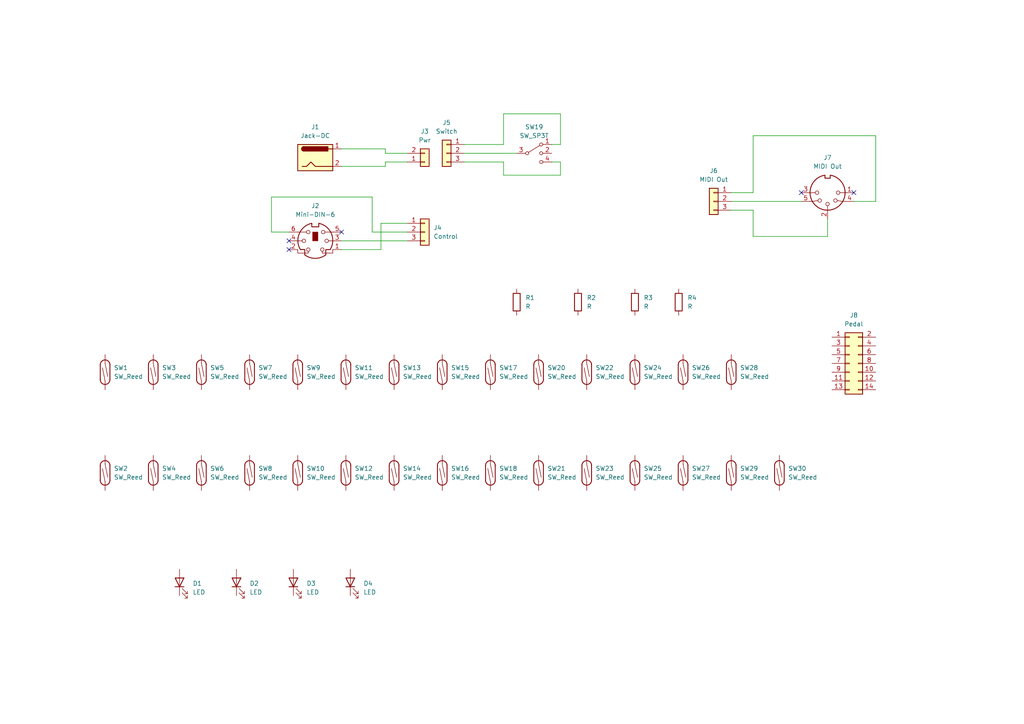
<source format=kicad_sch>
(kicad_sch (version 20230121) (generator eeschema)

  (uuid 3fd2cad3-6e05-4cb8-a7f3-505b018e1cfc)

  (paper "A4")

  (lib_symbols
    (symbol "Connector:DIN-5_180degree" (pin_names (offset 1.016)) (in_bom yes) (on_board yes)
      (property "Reference" "J" (at 3.175 5.715 0)
        (effects (font (size 1.27 1.27)))
      )
      (property "Value" "DIN-5_180degree" (at 0 -6.35 0)
        (effects (font (size 1.27 1.27)))
      )
      (property "Footprint" "" (at 0 0 0)
        (effects (font (size 1.27 1.27)) hide)
      )
      (property "Datasheet" "http://www.mouser.com/ds/2/18/40_c091_abd_e-75918.pdf" (at 0 0 0)
        (effects (font (size 1.27 1.27)) hide)
      )
      (property "ki_keywords" "circular DIN connector stereo audio" (at 0 0 0)
        (effects (font (size 1.27 1.27)) hide)
      )
      (property "ki_description" "5-pin DIN connector (5-pin DIN-5 stereo)" (at 0 0 0)
        (effects (font (size 1.27 1.27)) hide)
      )
      (property "ki_fp_filters" "DIN*" (at 0 0 0)
        (effects (font (size 1.27 1.27)) hide)
      )
      (symbol "DIN-5_180degree_0_1"
        (arc (start -5.08 0) (mid -3.8609 -3.3364) (end -0.762 -5.08)
          (stroke (width 0.254) (type default))
          (fill (type none))
        )
        (circle (center -3.048 0) (radius 0.508)
          (stroke (width 0) (type default))
          (fill (type none))
        )
        (circle (center -2.286 2.286) (radius 0.508)
          (stroke (width 0) (type default))
          (fill (type none))
        )
        (polyline
          (pts
            (xy -5.08 0)
            (xy -3.556 0)
          )
          (stroke (width 0) (type default))
          (fill (type none))
        )
        (polyline
          (pts
            (xy 0 5.08)
            (xy 0 3.81)
          )
          (stroke (width 0) (type default))
          (fill (type none))
        )
        (polyline
          (pts
            (xy 5.08 0)
            (xy 3.556 0)
          )
          (stroke (width 0) (type default))
          (fill (type none))
        )
        (polyline
          (pts
            (xy -5.08 2.54)
            (xy -4.318 2.54)
            (xy -2.794 2.286)
          )
          (stroke (width 0) (type default))
          (fill (type none))
        )
        (polyline
          (pts
            (xy 5.08 2.54)
            (xy 4.318 2.54)
            (xy 2.794 2.286)
          )
          (stroke (width 0) (type default))
          (fill (type none))
        )
        (polyline
          (pts
            (xy -0.762 -4.953)
            (xy -0.762 -4.191)
            (xy 0.762 -4.191)
            (xy 0.762 -4.953)
          )
          (stroke (width 0.254) (type default))
          (fill (type none))
        )
        (circle (center 0 3.302) (radius 0.508)
          (stroke (width 0) (type default))
          (fill (type none))
        )
        (arc (start 0.762 -5.08) (mid 3.8685 -3.343) (end 5.08 0)
          (stroke (width 0.254) (type default))
          (fill (type none))
        )
        (circle (center 2.286 2.286) (radius 0.508)
          (stroke (width 0) (type default))
          (fill (type none))
        )
        (circle (center 3.048 0) (radius 0.508)
          (stroke (width 0) (type default))
          (fill (type none))
        )
        (arc (start 5.08 0) (mid 0 5.0579) (end -5.08 0)
          (stroke (width 0.254) (type default))
          (fill (type none))
        )
      )
      (symbol "DIN-5_180degree_1_1"
        (pin passive line (at -7.62 0 0) (length 2.54)
          (name "~" (effects (font (size 1.27 1.27))))
          (number "1" (effects (font (size 1.27 1.27))))
        )
        (pin passive line (at 0 7.62 270) (length 2.54)
          (name "~" (effects (font (size 1.27 1.27))))
          (number "2" (effects (font (size 1.27 1.27))))
        )
        (pin passive line (at 7.62 0 180) (length 2.54)
          (name "~" (effects (font (size 1.27 1.27))))
          (number "3" (effects (font (size 1.27 1.27))))
        )
        (pin passive line (at -7.62 2.54 0) (length 2.54)
          (name "~" (effects (font (size 1.27 1.27))))
          (number "4" (effects (font (size 1.27 1.27))))
        )
        (pin passive line (at 7.62 2.54 180) (length 2.54)
          (name "~" (effects (font (size 1.27 1.27))))
          (number "5" (effects (font (size 1.27 1.27))))
        )
      )
    )
    (symbol "Connector:Jack-DC" (pin_names (offset 1.016)) (in_bom yes) (on_board yes)
      (property "Reference" "J" (at 0 5.334 0)
        (effects (font (size 1.27 1.27)))
      )
      (property "Value" "Jack-DC" (at 0 -5.08 0)
        (effects (font (size 1.27 1.27)))
      )
      (property "Footprint" "" (at 1.27 -1.016 0)
        (effects (font (size 1.27 1.27)) hide)
      )
      (property "Datasheet" "~" (at 1.27 -1.016 0)
        (effects (font (size 1.27 1.27)) hide)
      )
      (property "ki_keywords" "DC power barrel jack connector" (at 0 0 0)
        (effects (font (size 1.27 1.27)) hide)
      )
      (property "ki_description" "DC Barrel Jack" (at 0 0 0)
        (effects (font (size 1.27 1.27)) hide)
      )
      (property "ki_fp_filters" "BarrelJack*" (at 0 0 0)
        (effects (font (size 1.27 1.27)) hide)
      )
      (symbol "Jack-DC_0_1"
        (rectangle (start -5.08 3.81) (end 5.08 -3.81)
          (stroke (width 0.254) (type default))
          (fill (type background))
        )
        (arc (start -3.302 3.175) (mid -3.9343 2.54) (end -3.302 1.905)
          (stroke (width 0.254) (type default))
          (fill (type none))
        )
        (arc (start -3.302 3.175) (mid -3.9343 2.54) (end -3.302 1.905)
          (stroke (width 0.254) (type default))
          (fill (type outline))
        )
        (polyline
          (pts
            (xy 5.08 2.54)
            (xy 3.81 2.54)
          )
          (stroke (width 0.254) (type default))
          (fill (type none))
        )
        (polyline
          (pts
            (xy -3.81 -2.54)
            (xy -2.54 -2.54)
            (xy -1.27 -1.27)
            (xy 0 -2.54)
            (xy 2.54 -2.54)
            (xy 5.08 -2.54)
          )
          (stroke (width 0.254) (type default))
          (fill (type none))
        )
        (rectangle (start 3.683 3.175) (end -3.302 1.905)
          (stroke (width 0.254) (type default))
          (fill (type outline))
        )
      )
      (symbol "Jack-DC_1_1"
        (pin passive line (at 7.62 2.54 180) (length 2.54)
          (name "~" (effects (font (size 1.27 1.27))))
          (number "1" (effects (font (size 1.27 1.27))))
        )
        (pin passive line (at 7.62 -2.54 180) (length 2.54)
          (name "~" (effects (font (size 1.27 1.27))))
          (number "2" (effects (font (size 1.27 1.27))))
        )
      )
    )
    (symbol "Connector:Mini-DIN-6" (pin_names (offset 1.016)) (in_bom yes) (on_board yes)
      (property "Reference" "J" (at 0 6.35 0)
        (effects (font (size 1.27 1.27)))
      )
      (property "Value" "Mini-DIN-6" (at 0 -6.35 0)
        (effects (font (size 1.27 1.27)))
      )
      (property "Footprint" "" (at 0 0 0)
        (effects (font (size 1.27 1.27)) hide)
      )
      (property "Datasheet" "http://service.powerdynamics.com/ec/Catalog17/Section%2011.pdf" (at 0 0 0)
        (effects (font (size 1.27 1.27)) hide)
      )
      (property "ki_keywords" "Mini-DIN" (at 0 0 0)
        (effects (font (size 1.27 1.27)) hide)
      )
      (property "ki_description" "6-pin Mini-DIN connector" (at 0 0 0)
        (effects (font (size 1.27 1.27)) hide)
      )
      (property "ki_fp_filters" "MINI?DIN*" (at 0 0 0)
        (effects (font (size 1.27 1.27)) hide)
      )
      (symbol "Mini-DIN-6_0_1"
        (circle (center -3.302 0) (radius 0.508)
          (stroke (width 0) (type default))
          (fill (type none))
        )
        (arc (start -3.048 -4.064) (mid 0 -5.08) (end 3.048 -4.064)
          (stroke (width 0.254) (type default))
          (fill (type none))
        )
        (circle (center -2.032 -2.54) (radius 0.508)
          (stroke (width 0) (type default))
          (fill (type none))
        )
        (circle (center -2.032 2.54) (radius 0.508)
          (stroke (width 0) (type default))
          (fill (type none))
        )
        (arc (start -1.016 5.08) (mid -4.6228 2.1214) (end -4.318 -2.54)
          (stroke (width 0.254) (type default))
          (fill (type none))
        )
        (rectangle (start -0.762 2.54) (end 0.762 0)
          (stroke (width 0) (type default))
          (fill (type outline))
        )
        (polyline
          (pts
            (xy -3.81 0)
            (xy -5.08 0)
          )
          (stroke (width 0) (type default))
          (fill (type none))
        )
        (polyline
          (pts
            (xy -2.54 2.54)
            (xy -5.08 2.54)
          )
          (stroke (width 0) (type default))
          (fill (type none))
        )
        (polyline
          (pts
            (xy 2.794 2.54)
            (xy 5.08 2.54)
          )
          (stroke (width 0) (type default))
          (fill (type none))
        )
        (polyline
          (pts
            (xy 5.08 0)
            (xy 3.81 0)
          )
          (stroke (width 0) (type default))
          (fill (type none))
        )
        (polyline
          (pts
            (xy -4.318 -2.54)
            (xy -3.048 -2.54)
            (xy -3.048 -4.064)
          )
          (stroke (width 0.254) (type default))
          (fill (type none))
        )
        (polyline
          (pts
            (xy 4.318 -2.54)
            (xy 3.048 -2.54)
            (xy 3.048 -4.064)
          )
          (stroke (width 0.254) (type default))
          (fill (type none))
        )
        (polyline
          (pts
            (xy -2.032 -3.048)
            (xy -2.032 -3.556)
            (xy -5.08 -3.556)
            (xy -5.08 -2.54)
          )
          (stroke (width 0) (type default))
          (fill (type none))
        )
        (polyline
          (pts
            (xy -1.016 5.08)
            (xy -1.016 4.064)
            (xy 1.016 4.064)
            (xy 1.016 5.08)
          )
          (stroke (width 0.254) (type default))
          (fill (type none))
        )
        (polyline
          (pts
            (xy 2.032 -3.048)
            (xy 2.032 -3.556)
            (xy 5.08 -3.556)
            (xy 5.08 -2.54)
          )
          (stroke (width 0) (type default))
          (fill (type none))
        )
        (circle (center 2.032 -2.54) (radius 0.508)
          (stroke (width 0) (type default))
          (fill (type none))
        )
        (circle (center 2.286 2.54) (radius 0.508)
          (stroke (width 0) (type default))
          (fill (type none))
        )
        (circle (center 3.302 0) (radius 0.508)
          (stroke (width 0) (type default))
          (fill (type none))
        )
        (arc (start 4.318 -2.54) (mid 4.6661 2.1322) (end 1.016 5.08)
          (stroke (width 0.254) (type default))
          (fill (type none))
        )
      )
      (symbol "Mini-DIN-6_1_1"
        (pin passive line (at 7.62 -2.54 180) (length 2.54)
          (name "~" (effects (font (size 1.27 1.27))))
          (number "1" (effects (font (size 1.27 1.27))))
        )
        (pin passive line (at -7.62 -2.54 0) (length 2.54)
          (name "~" (effects (font (size 1.27 1.27))))
          (number "2" (effects (font (size 1.27 1.27))))
        )
        (pin passive line (at 7.62 0 180) (length 2.54)
          (name "~" (effects (font (size 1.27 1.27))))
          (number "3" (effects (font (size 1.27 1.27))))
        )
        (pin passive line (at -7.62 0 0) (length 2.54)
          (name "~" (effects (font (size 1.27 1.27))))
          (number "4" (effects (font (size 1.27 1.27))))
        )
        (pin passive line (at 7.62 2.54 180) (length 2.54)
          (name "~" (effects (font (size 1.27 1.27))))
          (number "5" (effects (font (size 1.27 1.27))))
        )
        (pin passive line (at -7.62 2.54 0) (length 2.54)
          (name "~" (effects (font (size 1.27 1.27))))
          (number "6" (effects (font (size 1.27 1.27))))
        )
      )
    )
    (symbol "Connector_Generic:Conn_01x02" (pin_names (offset 1.016) hide) (in_bom yes) (on_board yes)
      (property "Reference" "J" (at 0 2.54 0)
        (effects (font (size 1.27 1.27)))
      )
      (property "Value" "Conn_01x02" (at 0 -5.08 0)
        (effects (font (size 1.27 1.27)))
      )
      (property "Footprint" "" (at 0 0 0)
        (effects (font (size 1.27 1.27)) hide)
      )
      (property "Datasheet" "~" (at 0 0 0)
        (effects (font (size 1.27 1.27)) hide)
      )
      (property "ki_keywords" "connector" (at 0 0 0)
        (effects (font (size 1.27 1.27)) hide)
      )
      (property "ki_description" "Generic connector, single row, 01x02, script generated (kicad-library-utils/schlib/autogen/connector/)" (at 0 0 0)
        (effects (font (size 1.27 1.27)) hide)
      )
      (property "ki_fp_filters" "Connector*:*_1x??_*" (at 0 0 0)
        (effects (font (size 1.27 1.27)) hide)
      )
      (symbol "Conn_01x02_1_1"
        (rectangle (start -1.27 -2.413) (end 0 -2.667)
          (stroke (width 0.1524) (type default))
          (fill (type none))
        )
        (rectangle (start -1.27 0.127) (end 0 -0.127)
          (stroke (width 0.1524) (type default))
          (fill (type none))
        )
        (rectangle (start -1.27 1.27) (end 1.27 -3.81)
          (stroke (width 0.254) (type default))
          (fill (type background))
        )
        (pin passive line (at -5.08 0 0) (length 3.81)
          (name "Pin_1" (effects (font (size 1.27 1.27))))
          (number "1" (effects (font (size 1.27 1.27))))
        )
        (pin passive line (at -5.08 -2.54 0) (length 3.81)
          (name "Pin_2" (effects (font (size 1.27 1.27))))
          (number "2" (effects (font (size 1.27 1.27))))
        )
      )
    )
    (symbol "Connector_Generic:Conn_01x03" (pin_names (offset 1.016) hide) (in_bom yes) (on_board yes)
      (property "Reference" "J" (at 0 5.08 0)
        (effects (font (size 1.27 1.27)))
      )
      (property "Value" "Conn_01x03" (at 0 -5.08 0)
        (effects (font (size 1.27 1.27)))
      )
      (property "Footprint" "" (at 0 0 0)
        (effects (font (size 1.27 1.27)) hide)
      )
      (property "Datasheet" "~" (at 0 0 0)
        (effects (font (size 1.27 1.27)) hide)
      )
      (property "ki_keywords" "connector" (at 0 0 0)
        (effects (font (size 1.27 1.27)) hide)
      )
      (property "ki_description" "Generic connector, single row, 01x03, script generated (kicad-library-utils/schlib/autogen/connector/)" (at 0 0 0)
        (effects (font (size 1.27 1.27)) hide)
      )
      (property "ki_fp_filters" "Connector*:*_1x??_*" (at 0 0 0)
        (effects (font (size 1.27 1.27)) hide)
      )
      (symbol "Conn_01x03_1_1"
        (rectangle (start -1.27 -2.413) (end 0 -2.667)
          (stroke (width 0.1524) (type default))
          (fill (type none))
        )
        (rectangle (start -1.27 0.127) (end 0 -0.127)
          (stroke (width 0.1524) (type default))
          (fill (type none))
        )
        (rectangle (start -1.27 2.667) (end 0 2.413)
          (stroke (width 0.1524) (type default))
          (fill (type none))
        )
        (rectangle (start -1.27 3.81) (end 1.27 -3.81)
          (stroke (width 0.254) (type default))
          (fill (type background))
        )
        (pin passive line (at -5.08 2.54 0) (length 3.81)
          (name "Pin_1" (effects (font (size 1.27 1.27))))
          (number "1" (effects (font (size 1.27 1.27))))
        )
        (pin passive line (at -5.08 0 0) (length 3.81)
          (name "Pin_2" (effects (font (size 1.27 1.27))))
          (number "2" (effects (font (size 1.27 1.27))))
        )
        (pin passive line (at -5.08 -2.54 0) (length 3.81)
          (name "Pin_3" (effects (font (size 1.27 1.27))))
          (number "3" (effects (font (size 1.27 1.27))))
        )
      )
    )
    (symbol "Connector_Generic:Conn_02x07_Odd_Even" (pin_names (offset 1.016) hide) (in_bom yes) (on_board yes)
      (property "Reference" "J" (at 1.27 10.16 0)
        (effects (font (size 1.27 1.27)))
      )
      (property "Value" "Conn_02x07_Odd_Even" (at 1.27 -10.16 0)
        (effects (font (size 1.27 1.27)))
      )
      (property "Footprint" "" (at 0 0 0)
        (effects (font (size 1.27 1.27)) hide)
      )
      (property "Datasheet" "~" (at 0 0 0)
        (effects (font (size 1.27 1.27)) hide)
      )
      (property "ki_keywords" "connector" (at 0 0 0)
        (effects (font (size 1.27 1.27)) hide)
      )
      (property "ki_description" "Generic connector, double row, 02x07, odd/even pin numbering scheme (row 1 odd numbers, row 2 even numbers), script generated (kicad-library-utils/schlib/autogen/connector/)" (at 0 0 0)
        (effects (font (size 1.27 1.27)) hide)
      )
      (property "ki_fp_filters" "Connector*:*_2x??_*" (at 0 0 0)
        (effects (font (size 1.27 1.27)) hide)
      )
      (symbol "Conn_02x07_Odd_Even_1_1"
        (rectangle (start -1.27 -7.493) (end 0 -7.747)
          (stroke (width 0.1524) (type default))
          (fill (type none))
        )
        (rectangle (start -1.27 -4.953) (end 0 -5.207)
          (stroke (width 0.1524) (type default))
          (fill (type none))
        )
        (rectangle (start -1.27 -2.413) (end 0 -2.667)
          (stroke (width 0.1524) (type default))
          (fill (type none))
        )
        (rectangle (start -1.27 0.127) (end 0 -0.127)
          (stroke (width 0.1524) (type default))
          (fill (type none))
        )
        (rectangle (start -1.27 2.667) (end 0 2.413)
          (stroke (width 0.1524) (type default))
          (fill (type none))
        )
        (rectangle (start -1.27 5.207) (end 0 4.953)
          (stroke (width 0.1524) (type default))
          (fill (type none))
        )
        (rectangle (start -1.27 7.747) (end 0 7.493)
          (stroke (width 0.1524) (type default))
          (fill (type none))
        )
        (rectangle (start -1.27 8.89) (end 3.81 -8.89)
          (stroke (width 0.254) (type default))
          (fill (type background))
        )
        (rectangle (start 3.81 -7.493) (end 2.54 -7.747)
          (stroke (width 0.1524) (type default))
          (fill (type none))
        )
        (rectangle (start 3.81 -4.953) (end 2.54 -5.207)
          (stroke (width 0.1524) (type default))
          (fill (type none))
        )
        (rectangle (start 3.81 -2.413) (end 2.54 -2.667)
          (stroke (width 0.1524) (type default))
          (fill (type none))
        )
        (rectangle (start 3.81 0.127) (end 2.54 -0.127)
          (stroke (width 0.1524) (type default))
          (fill (type none))
        )
        (rectangle (start 3.81 2.667) (end 2.54 2.413)
          (stroke (width 0.1524) (type default))
          (fill (type none))
        )
        (rectangle (start 3.81 5.207) (end 2.54 4.953)
          (stroke (width 0.1524) (type default))
          (fill (type none))
        )
        (rectangle (start 3.81 7.747) (end 2.54 7.493)
          (stroke (width 0.1524) (type default))
          (fill (type none))
        )
        (pin passive line (at -5.08 7.62 0) (length 3.81)
          (name "Pin_1" (effects (font (size 1.27 1.27))))
          (number "1" (effects (font (size 1.27 1.27))))
        )
        (pin passive line (at 7.62 -2.54 180) (length 3.81)
          (name "Pin_10" (effects (font (size 1.27 1.27))))
          (number "10" (effects (font (size 1.27 1.27))))
        )
        (pin passive line (at -5.08 -5.08 0) (length 3.81)
          (name "Pin_11" (effects (font (size 1.27 1.27))))
          (number "11" (effects (font (size 1.27 1.27))))
        )
        (pin passive line (at 7.62 -5.08 180) (length 3.81)
          (name "Pin_12" (effects (font (size 1.27 1.27))))
          (number "12" (effects (font (size 1.27 1.27))))
        )
        (pin passive line (at -5.08 -7.62 0) (length 3.81)
          (name "Pin_13" (effects (font (size 1.27 1.27))))
          (number "13" (effects (font (size 1.27 1.27))))
        )
        (pin passive line (at 7.62 -7.62 180) (length 3.81)
          (name "Pin_14" (effects (font (size 1.27 1.27))))
          (number "14" (effects (font (size 1.27 1.27))))
        )
        (pin passive line (at 7.62 7.62 180) (length 3.81)
          (name "Pin_2" (effects (font (size 1.27 1.27))))
          (number "2" (effects (font (size 1.27 1.27))))
        )
        (pin passive line (at -5.08 5.08 0) (length 3.81)
          (name "Pin_3" (effects (font (size 1.27 1.27))))
          (number "3" (effects (font (size 1.27 1.27))))
        )
        (pin passive line (at 7.62 5.08 180) (length 3.81)
          (name "Pin_4" (effects (font (size 1.27 1.27))))
          (number "4" (effects (font (size 1.27 1.27))))
        )
        (pin passive line (at -5.08 2.54 0) (length 3.81)
          (name "Pin_5" (effects (font (size 1.27 1.27))))
          (number "5" (effects (font (size 1.27 1.27))))
        )
        (pin passive line (at 7.62 2.54 180) (length 3.81)
          (name "Pin_6" (effects (font (size 1.27 1.27))))
          (number "6" (effects (font (size 1.27 1.27))))
        )
        (pin passive line (at -5.08 0 0) (length 3.81)
          (name "Pin_7" (effects (font (size 1.27 1.27))))
          (number "7" (effects (font (size 1.27 1.27))))
        )
        (pin passive line (at 7.62 0 180) (length 3.81)
          (name "Pin_8" (effects (font (size 1.27 1.27))))
          (number "8" (effects (font (size 1.27 1.27))))
        )
        (pin passive line (at -5.08 -2.54 0) (length 3.81)
          (name "Pin_9" (effects (font (size 1.27 1.27))))
          (number "9" (effects (font (size 1.27 1.27))))
        )
      )
    )
    (symbol "Device:LED" (pin_numbers hide) (pin_names (offset 1.016) hide) (in_bom yes) (on_board yes)
      (property "Reference" "D" (at 0 2.54 0)
        (effects (font (size 1.27 1.27)))
      )
      (property "Value" "LED" (at 0 -2.54 0)
        (effects (font (size 1.27 1.27)))
      )
      (property "Footprint" "" (at 0 0 0)
        (effects (font (size 1.27 1.27)) hide)
      )
      (property "Datasheet" "~" (at 0 0 0)
        (effects (font (size 1.27 1.27)) hide)
      )
      (property "ki_keywords" "LED diode" (at 0 0 0)
        (effects (font (size 1.27 1.27)) hide)
      )
      (property "ki_description" "Light emitting diode" (at 0 0 0)
        (effects (font (size 1.27 1.27)) hide)
      )
      (property "ki_fp_filters" "LED* LED_SMD:* LED_THT:*" (at 0 0 0)
        (effects (font (size 1.27 1.27)) hide)
      )
      (symbol "LED_0_1"
        (polyline
          (pts
            (xy -1.27 -1.27)
            (xy -1.27 1.27)
          )
          (stroke (width 0.254) (type default))
          (fill (type none))
        )
        (polyline
          (pts
            (xy -1.27 0)
            (xy 1.27 0)
          )
          (stroke (width 0) (type default))
          (fill (type none))
        )
        (polyline
          (pts
            (xy 1.27 -1.27)
            (xy 1.27 1.27)
            (xy -1.27 0)
            (xy 1.27 -1.27)
          )
          (stroke (width 0.254) (type default))
          (fill (type none))
        )
        (polyline
          (pts
            (xy -3.048 -0.762)
            (xy -4.572 -2.286)
            (xy -3.81 -2.286)
            (xy -4.572 -2.286)
            (xy -4.572 -1.524)
          )
          (stroke (width 0) (type default))
          (fill (type none))
        )
        (polyline
          (pts
            (xy -1.778 -0.762)
            (xy -3.302 -2.286)
            (xy -2.54 -2.286)
            (xy -3.302 -2.286)
            (xy -3.302 -1.524)
          )
          (stroke (width 0) (type default))
          (fill (type none))
        )
      )
      (symbol "LED_1_1"
        (pin passive line (at -3.81 0 0) (length 2.54)
          (name "K" (effects (font (size 1.27 1.27))))
          (number "1" (effects (font (size 1.27 1.27))))
        )
        (pin passive line (at 3.81 0 180) (length 2.54)
          (name "A" (effects (font (size 1.27 1.27))))
          (number "2" (effects (font (size 1.27 1.27))))
        )
      )
    )
    (symbol "Device:R" (pin_numbers hide) (pin_names (offset 0)) (in_bom yes) (on_board yes)
      (property "Reference" "R" (at 2.032 0 90)
        (effects (font (size 1.27 1.27)))
      )
      (property "Value" "R" (at 0 0 90)
        (effects (font (size 1.27 1.27)))
      )
      (property "Footprint" "" (at -1.778 0 90)
        (effects (font (size 1.27 1.27)) hide)
      )
      (property "Datasheet" "~" (at 0 0 0)
        (effects (font (size 1.27 1.27)) hide)
      )
      (property "ki_keywords" "R res resistor" (at 0 0 0)
        (effects (font (size 1.27 1.27)) hide)
      )
      (property "ki_description" "Resistor" (at 0 0 0)
        (effects (font (size 1.27 1.27)) hide)
      )
      (property "ki_fp_filters" "R_*" (at 0 0 0)
        (effects (font (size 1.27 1.27)) hide)
      )
      (symbol "R_0_1"
        (rectangle (start -1.016 -2.54) (end 1.016 2.54)
          (stroke (width 0.254) (type default))
          (fill (type none))
        )
      )
      (symbol "R_1_1"
        (pin passive line (at 0 3.81 270) (length 1.27)
          (name "~" (effects (font (size 1.27 1.27))))
          (number "1" (effects (font (size 1.27 1.27))))
        )
        (pin passive line (at 0 -3.81 90) (length 1.27)
          (name "~" (effects (font (size 1.27 1.27))))
          (number "2" (effects (font (size 1.27 1.27))))
        )
      )
    )
    (symbol "Switch:SW_Reed" (pin_numbers hide) (pin_names (offset 0) hide) (in_bom yes) (on_board yes)
      (property "Reference" "SW" (at 0 2.54 0)
        (effects (font (size 1.27 1.27)))
      )
      (property "Value" "SW_Reed" (at 0 -2.54 0)
        (effects (font (size 1.27 1.27)))
      )
      (property "Footprint" "" (at 0 0 0)
        (effects (font (size 1.27 1.27)) hide)
      )
      (property "Datasheet" "~" (at 0 0 0)
        (effects (font (size 1.27 1.27)) hide)
      )
      (property "ki_keywords" "reed magnetic switch" (at 0 0 0)
        (effects (font (size 1.27 1.27)) hide)
      )
      (property "ki_description" "reed switch" (at 0 0 0)
        (effects (font (size 1.27 1.27)) hide)
      )
      (symbol "SW_Reed_0_0"
        (arc (start -2.159 1.397) (mid -3.55 0) (end -2.159 -1.397)
          (stroke (width 0.254) (type default))
          (fill (type none))
        )
        (polyline
          (pts
            (xy -2.54 0)
            (xy 1.27 0.762)
          )
          (stroke (width 0) (type default))
          (fill (type none))
        )
        (polyline
          (pts
            (xy -2.159 -1.397)
            (xy 2.286 -1.397)
          )
          (stroke (width 0.254) (type default))
          (fill (type none))
        )
        (polyline
          (pts
            (xy 2.159 1.397)
            (xy -2.159 1.397)
          )
          (stroke (width 0.254) (type default))
          (fill (type none))
        )
        (polyline
          (pts
            (xy 2.54 0)
            (xy -1.27 -0.762)
          )
          (stroke (width 0) (type default))
          (fill (type none))
        )
        (arc (start 2.159 -1.397) (mid 3.55 0) (end 2.159 1.397)
          (stroke (width 0.254) (type default))
          (fill (type none))
        )
      )
      (symbol "SW_Reed_1_1"
        (pin passive line (at -5.08 0 0) (length 2.54)
          (name "1" (effects (font (size 1.27 1.27))))
          (number "1" (effects (font (size 1.27 1.27))))
        )
        (pin passive line (at 5.08 0 180) (length 2.54)
          (name "2" (effects (font (size 1.27 1.27))))
          (number "2" (effects (font (size 1.27 1.27))))
        )
      )
    )
    (symbol "Switch:SW_SP3T" (pin_names (offset 0) hide) (in_bom yes) (on_board yes)
      (property "Reference" "SW" (at 0 5.08 0)
        (effects (font (size 1.27 1.27)))
      )
      (property "Value" "SW_SP3T" (at 0 -5.08 0)
        (effects (font (size 1.27 1.27)))
      )
      (property "Footprint" "" (at -15.875 4.445 0)
        (effects (font (size 1.27 1.27)) hide)
      )
      (property "Datasheet" "~" (at -15.875 4.445 0)
        (effects (font (size 1.27 1.27)) hide)
      )
      (property "ki_keywords" "switch sp3t ON-ON-ON" (at 0 0 0)
        (effects (font (size 1.27 1.27)) hide)
      )
      (property "ki_description" "Switch, three position, single pole triple throw, 3 position switch, SP3T" (at 0 0 0)
        (effects (font (size 1.27 1.27)) hide)
      )
      (property "ki_fp_filters" "SW* SP3T*" (at 0 0 0)
        (effects (font (size 1.27 1.27)) hide)
      )
      (symbol "SW_SP3T_0_1"
        (circle (center -2.032 0) (radius 0.4572)
          (stroke (width 0) (type default))
          (fill (type none))
        )
        (polyline
          (pts
            (xy -1.651 0.254)
            (xy 1.651 2.286)
          )
          (stroke (width 0) (type default))
          (fill (type none))
        )
        (circle (center 2.032 -2.54) (radius 0.4572)
          (stroke (width 0) (type default))
          (fill (type none))
        )
        (circle (center 2.032 0) (radius 0.4572)
          (stroke (width 0) (type default))
          (fill (type none))
        )
        (circle (center 2.032 2.54) (radius 0.4572)
          (stroke (width 0) (type default))
          (fill (type none))
        )
      )
      (symbol "SW_SP3T_1_1"
        (pin passive line (at 5.08 2.54 180) (length 2.54)
          (name "1" (effects (font (size 1.27 1.27))))
          (number "1" (effects (font (size 1.27 1.27))))
        )
        (pin passive line (at 5.08 0 180) (length 2.54)
          (name "2" (effects (font (size 1.27 1.27))))
          (number "2" (effects (font (size 1.27 1.27))))
        )
        (pin passive line (at -5.08 0 0) (length 2.54)
          (name "3" (effects (font (size 1.27 1.27))))
          (number "3" (effects (font (size 1.27 1.27))))
        )
        (pin passive line (at 5.08 -2.54 180) (length 2.54)
          (name "4" (effects (font (size 1.27 1.27))))
          (number "4" (effects (font (size 1.27 1.27))))
        )
      )
    )
  )



  (no_connect (at 232.41 55.88) (uuid 08218351-3599-4077-97f7-7d9d4afc1717))
  (no_connect (at 83.82 69.85) (uuid 2382412d-9618-4f1a-a5d3-c260296b32d4))
  (no_connect (at 247.65 55.88) (uuid 2defc16c-9be9-4274-8aee-c527259202be))
  (no_connect (at 99.06 67.31) (uuid d2345f42-8aae-47cd-b318-0a1f04626a52))
  (no_connect (at 83.82 72.39) (uuid f32cb350-33c9-4b99-85f6-bd02ef7e06d7))

  (wire (pts (xy 99.06 69.85) (xy 118.11 69.85))
    (stroke (width 0) (type default))
    (uuid 0a648f36-2412-42d4-9c15-3a7dd420cba4)
  )
  (wire (pts (xy 107.95 67.31) (xy 118.11 67.31))
    (stroke (width 0) (type default))
    (uuid 115071c3-c6f0-4af5-9929-8785b0818689)
  )
  (wire (pts (xy 99.06 48.26) (xy 111.76 48.26))
    (stroke (width 0) (type default))
    (uuid 1f6651ff-1a72-4320-ac5d-7d3be813f3a6)
  )
  (wire (pts (xy 99.06 43.18) (xy 111.76 43.18))
    (stroke (width 0) (type default))
    (uuid 2015ad49-73c2-4e0c-861c-306d539a4b81)
  )
  (wire (pts (xy 212.09 60.96) (xy 218.44 60.96))
    (stroke (width 0) (type default))
    (uuid 22e8c709-5ed8-4c85-b69e-f62ec5566060)
  )
  (wire (pts (xy 78.74 57.15) (xy 107.95 57.15))
    (stroke (width 0) (type default))
    (uuid 42180302-d278-4bfb-997b-a9ed28063b00)
  )
  (wire (pts (xy 134.62 44.45) (xy 149.86 44.45))
    (stroke (width 0) (type default))
    (uuid 48cbce89-4356-48ca-b335-4f56c12791c2)
  )
  (wire (pts (xy 146.05 33.02) (xy 146.05 41.91))
    (stroke (width 0) (type default))
    (uuid 4eaa664a-509f-4b80-99c2-d4f84a518672)
  )
  (wire (pts (xy 99.06 72.39) (xy 110.49 72.39))
    (stroke (width 0) (type default))
    (uuid 5026ca00-ad46-4976-8103-e9128202bc5d)
  )
  (wire (pts (xy 146.05 46.99) (xy 146.05 50.8))
    (stroke (width 0) (type default))
    (uuid 5b421547-89de-4c63-8a5e-3134d35cfeb1)
  )
  (wire (pts (xy 134.62 46.99) (xy 146.05 46.99))
    (stroke (width 0) (type default))
    (uuid 5f06c0c0-5da9-48ca-9786-54d86dbdf78d)
  )
  (wire (pts (xy 83.82 67.31) (xy 78.74 67.31))
    (stroke (width 0) (type default))
    (uuid 628c046e-a683-413f-b2b2-9e7c917a847e)
  )
  (wire (pts (xy 162.56 46.99) (xy 160.02 46.99))
    (stroke (width 0) (type default))
    (uuid 64e16a1c-16a6-443a-8d3b-8fcead615cbe)
  )
  (wire (pts (xy 146.05 50.8) (xy 162.56 50.8))
    (stroke (width 0) (type default))
    (uuid 66a9af9b-3755-4166-9d99-d4c148f4377b)
  )
  (wire (pts (xy 212.09 58.42) (xy 232.41 58.42))
    (stroke (width 0) (type default))
    (uuid 6af98513-2d69-4c6b-8ddb-82c3198a245c)
  )
  (wire (pts (xy 218.44 68.58) (xy 240.03 68.58))
    (stroke (width 0) (type default))
    (uuid 72897abd-97d8-4e87-a8da-a89b95f2ce67)
  )
  (wire (pts (xy 218.44 39.37) (xy 254 39.37))
    (stroke (width 0) (type default))
    (uuid 7504c79a-2a11-4220-862d-010af4445935)
  )
  (wire (pts (xy 254 39.37) (xy 254 58.42))
    (stroke (width 0) (type default))
    (uuid 8228e231-26bb-4ebd-a77a-4c2a82f992e8)
  )
  (wire (pts (xy 110.49 64.77) (xy 118.11 64.77))
    (stroke (width 0) (type default))
    (uuid 86bf953f-353c-4a93-8301-c08fd2775af4)
  )
  (wire (pts (xy 111.76 48.26) (xy 111.76 46.99))
    (stroke (width 0) (type default))
    (uuid 95e00bd3-d933-4c48-8a14-28b4f51d3284)
  )
  (wire (pts (xy 212.09 55.88) (xy 218.44 55.88))
    (stroke (width 0) (type default))
    (uuid 996c9bfb-69a4-4b6c-95ba-6d92ccbc4289)
  )
  (wire (pts (xy 111.76 46.99) (xy 118.11 46.99))
    (stroke (width 0) (type default))
    (uuid 9ac096f4-07a4-4a02-abc2-ce0ed3fc2e09)
  )
  (wire (pts (xy 78.74 67.31) (xy 78.74 57.15))
    (stroke (width 0) (type default))
    (uuid a3ceb309-6fd0-44d6-8bb7-1ba6abfa26eb)
  )
  (wire (pts (xy 247.65 58.42) (xy 254 58.42))
    (stroke (width 0) (type default))
    (uuid b25d105c-6e77-45b1-a7ad-49fce3cc6cb5)
  )
  (wire (pts (xy 240.03 68.58) (xy 240.03 63.5))
    (stroke (width 0) (type default))
    (uuid b9687248-8e5a-4905-85e1-72de71276161)
  )
  (wire (pts (xy 107.95 57.15) (xy 107.95 67.31))
    (stroke (width 0) (type default))
    (uuid bacd6c67-3981-4361-af32-d2a86b79313d)
  )
  (wire (pts (xy 111.76 44.45) (xy 111.76 43.18))
    (stroke (width 0) (type default))
    (uuid c3c4996e-a685-451b-8fbd-208e656f7cdd)
  )
  (wire (pts (xy 162.56 41.91) (xy 162.56 33.02))
    (stroke (width 0) (type default))
    (uuid c6bf6d17-d5e4-4b40-8592-9f7f0509ea79)
  )
  (wire (pts (xy 218.44 60.96) (xy 218.44 68.58))
    (stroke (width 0) (type default))
    (uuid d4ad2f16-c687-4327-9fcf-20a26ad5cf84)
  )
  (wire (pts (xy 118.11 44.45) (xy 111.76 44.45))
    (stroke (width 0) (type default))
    (uuid dbbd34b1-3141-4360-a72d-d97ac8d9a192)
  )
  (wire (pts (xy 146.05 41.91) (xy 134.62 41.91))
    (stroke (width 0) (type default))
    (uuid e4a91019-1f99-4b6e-bb07-64c41931170a)
  )
  (wire (pts (xy 218.44 55.88) (xy 218.44 39.37))
    (stroke (width 0) (type default))
    (uuid e78a0694-83ae-4cf3-b909-6c0500b7f8a4)
  )
  (wire (pts (xy 162.56 33.02) (xy 146.05 33.02))
    (stroke (width 0) (type default))
    (uuid eb0b8552-aea7-4f86-8bef-59b250e828d2)
  )
  (wire (pts (xy 162.56 50.8) (xy 162.56 46.99))
    (stroke (width 0) (type default))
    (uuid ee776dc1-7f89-495f-9ad4-52571d7f96c1)
  )
  (wire (pts (xy 160.02 41.91) (xy 162.56 41.91))
    (stroke (width 0) (type default))
    (uuid f0a2e484-a41b-4b44-ad6b-28dba79d0f90)
  )
  (wire (pts (xy 110.49 72.39) (xy 110.49 64.77))
    (stroke (width 0) (type default))
    (uuid f2b96940-582f-4a4c-b763-94c85f901d24)
  )

  (symbol (lib_id "Switch:SW_Reed") (at 198.12 137.16 90) (unit 1)
    (in_bom yes) (on_board yes) (dnp no) (fields_autoplaced)
    (uuid 04dfa5b8-0db5-40dd-a3c4-338fe9c8b169)
    (property "Reference" "SW27" (at 200.66 135.8899 90)
      (effects (font (size 1.27 1.27)) (justify right))
    )
    (property "Value" "SW_Reed" (at 200.66 138.4299 90)
      (effects (font (size 1.27 1.27)) (justify right))
    )
    (property "Footprint" "" (at 198.12 137.16 0)
      (effects (font (size 1.27 1.27)) hide)
    )
    (property "Datasheet" "~" (at 198.12 137.16 0)
      (effects (font (size 1.27 1.27)) hide)
    )
    (pin "1" (uuid 9835505a-4be0-4c4f-a528-c4e27ecd02ac))
    (pin "2" (uuid 6e662fbc-da1b-42eb-9e35-de1b7af66408))
    (instances
      (project "PedalWires"
        (path "/3fd2cad3-6e05-4cb8-a7f3-505b018e1cfc"
          (reference "SW27") (unit 1)
        )
      )
    )
  )

  (symbol (lib_id "Switch:SW_Reed") (at 184.15 137.16 90) (unit 1)
    (in_bom yes) (on_board yes) (dnp no) (fields_autoplaced)
    (uuid 05f8644f-be2b-4834-8a50-645973ed0558)
    (property "Reference" "SW25" (at 186.69 135.8899 90)
      (effects (font (size 1.27 1.27)) (justify right))
    )
    (property "Value" "SW_Reed" (at 186.69 138.4299 90)
      (effects (font (size 1.27 1.27)) (justify right))
    )
    (property "Footprint" "" (at 184.15 137.16 0)
      (effects (font (size 1.27 1.27)) hide)
    )
    (property "Datasheet" "~" (at 184.15 137.16 0)
      (effects (font (size 1.27 1.27)) hide)
    )
    (pin "1" (uuid 25076ae1-33c5-4d17-ab52-186ddbf9eb3f))
    (pin "2" (uuid 9a4b9d7c-1648-4e7a-b822-5bc784b9f98a))
    (instances
      (project "PedalWires"
        (path "/3fd2cad3-6e05-4cb8-a7f3-505b018e1cfc"
          (reference "SW25") (unit 1)
        )
      )
    )
  )

  (symbol (lib_id "Device:R") (at 149.86 87.63 0) (unit 1)
    (in_bom yes) (on_board yes) (dnp no) (fields_autoplaced)
    (uuid 069f3901-029a-43e5-bee9-0178d4ac707f)
    (property "Reference" "R1" (at 152.4 86.3599 0)
      (effects (font (size 1.27 1.27)) (justify left))
    )
    (property "Value" "R" (at 152.4 88.8999 0)
      (effects (font (size 1.27 1.27)) (justify left))
    )
    (property "Footprint" "" (at 148.082 87.63 90)
      (effects (font (size 1.27 1.27)) hide)
    )
    (property "Datasheet" "~" (at 149.86 87.63 0)
      (effects (font (size 1.27 1.27)) hide)
    )
    (pin "1" (uuid 45a09b86-91ed-45a7-9dbf-746c54929f09))
    (pin "2" (uuid f35edfce-5c88-45da-922b-7a01d28c090a))
    (instances
      (project "PedalWires"
        (path "/3fd2cad3-6e05-4cb8-a7f3-505b018e1cfc"
          (reference "R1") (unit 1)
        )
      )
    )
  )

  (symbol (lib_id "Switch:SW_Reed") (at 114.3 107.95 90) (unit 1)
    (in_bom yes) (on_board yes) (dnp no) (fields_autoplaced)
    (uuid 09737875-754b-4dc2-9eca-414d306e73dc)
    (property "Reference" "SW13" (at 116.84 106.6799 90)
      (effects (font (size 1.27 1.27)) (justify right))
    )
    (property "Value" "SW_Reed" (at 116.84 109.2199 90)
      (effects (font (size 1.27 1.27)) (justify right))
    )
    (property "Footprint" "" (at 114.3 107.95 0)
      (effects (font (size 1.27 1.27)) hide)
    )
    (property "Datasheet" "~" (at 114.3 107.95 0)
      (effects (font (size 1.27 1.27)) hide)
    )
    (pin "1" (uuid 4f561e81-87ba-4215-ac42-c936ee20a20b))
    (pin "2" (uuid 089aa806-f23e-4a74-8ded-710dbad7a310))
    (instances
      (project "PedalWires"
        (path "/3fd2cad3-6e05-4cb8-a7f3-505b018e1cfc"
          (reference "SW13") (unit 1)
        )
      )
    )
  )

  (symbol (lib_id "Switch:SW_Reed") (at 100.33 137.16 90) (unit 1)
    (in_bom yes) (on_board yes) (dnp no) (fields_autoplaced)
    (uuid 0a9a1615-d7ff-4594-9d9a-3220e46561d7)
    (property "Reference" "SW12" (at 102.87 135.8899 90)
      (effects (font (size 1.27 1.27)) (justify right))
    )
    (property "Value" "SW_Reed" (at 102.87 138.4299 90)
      (effects (font (size 1.27 1.27)) (justify right))
    )
    (property "Footprint" "" (at 100.33 137.16 0)
      (effects (font (size 1.27 1.27)) hide)
    )
    (property "Datasheet" "~" (at 100.33 137.16 0)
      (effects (font (size 1.27 1.27)) hide)
    )
    (pin "1" (uuid b73d74b6-625f-4b12-95be-336a64bb4da7))
    (pin "2" (uuid 27f64cf6-81e6-4d6f-8a91-b219651a45ab))
    (instances
      (project "PedalWires"
        (path "/3fd2cad3-6e05-4cb8-a7f3-505b018e1cfc"
          (reference "SW12") (unit 1)
        )
      )
    )
  )

  (symbol (lib_id "Switch:SW_Reed") (at 72.39 137.16 90) (unit 1)
    (in_bom yes) (on_board yes) (dnp no) (fields_autoplaced)
    (uuid 0df4e6f1-eb12-4eff-8095-161f5cab6c0f)
    (property "Reference" "SW8" (at 74.93 135.8899 90)
      (effects (font (size 1.27 1.27)) (justify right))
    )
    (property "Value" "SW_Reed" (at 74.93 138.4299 90)
      (effects (font (size 1.27 1.27)) (justify right))
    )
    (property "Footprint" "" (at 72.39 137.16 0)
      (effects (font (size 1.27 1.27)) hide)
    )
    (property "Datasheet" "~" (at 72.39 137.16 0)
      (effects (font (size 1.27 1.27)) hide)
    )
    (pin "1" (uuid adcff34d-203a-4bea-a341-5112aaf1bdfc))
    (pin "2" (uuid fc61f1ee-9e2d-400d-b46a-c3a3876fdffe))
    (instances
      (project "PedalWires"
        (path "/3fd2cad3-6e05-4cb8-a7f3-505b018e1cfc"
          (reference "SW8") (unit 1)
        )
      )
    )
  )

  (symbol (lib_id "Device:R") (at 184.15 87.63 0) (unit 1)
    (in_bom yes) (on_board yes) (dnp no) (fields_autoplaced)
    (uuid 10928e2f-15b7-4280-8996-855537f2d51c)
    (property "Reference" "R3" (at 186.69 86.3599 0)
      (effects (font (size 1.27 1.27)) (justify left))
    )
    (property "Value" "R" (at 186.69 88.8999 0)
      (effects (font (size 1.27 1.27)) (justify left))
    )
    (property "Footprint" "" (at 182.372 87.63 90)
      (effects (font (size 1.27 1.27)) hide)
    )
    (property "Datasheet" "~" (at 184.15 87.63 0)
      (effects (font (size 1.27 1.27)) hide)
    )
    (pin "1" (uuid 46537f2a-d267-4f3d-b3db-efe558499770))
    (pin "2" (uuid 88557123-13bc-4238-94b8-0642d56713d7))
    (instances
      (project "PedalWires"
        (path "/3fd2cad3-6e05-4cb8-a7f3-505b018e1cfc"
          (reference "R3") (unit 1)
        )
      )
    )
  )

  (symbol (lib_id "Device:LED") (at 101.6 168.91 90) (unit 1)
    (in_bom yes) (on_board yes) (dnp no) (fields_autoplaced)
    (uuid 112903b3-d21a-4b53-99a8-3bfdb420dd94)
    (property "Reference" "D4" (at 105.41 169.2274 90)
      (effects (font (size 1.27 1.27)) (justify right))
    )
    (property "Value" "LED" (at 105.41 171.7674 90)
      (effects (font (size 1.27 1.27)) (justify right))
    )
    (property "Footprint" "" (at 101.6 168.91 0)
      (effects (font (size 1.27 1.27)) hide)
    )
    (property "Datasheet" "~" (at 101.6 168.91 0)
      (effects (font (size 1.27 1.27)) hide)
    )
    (pin "1" (uuid f11996b5-363e-4f41-92b3-2cda2adf53f1))
    (pin "2" (uuid 5643327b-39d1-4f8c-97b4-eaccfd4f2cf5))
    (instances
      (project "PedalWires"
        (path "/3fd2cad3-6e05-4cb8-a7f3-505b018e1cfc"
          (reference "D4") (unit 1)
        )
      )
    )
  )

  (symbol (lib_id "Switch:SW_Reed") (at 86.36 107.95 90) (unit 1)
    (in_bom yes) (on_board yes) (dnp no) (fields_autoplaced)
    (uuid 1d789a19-9dea-462d-b1db-ca069aafe36d)
    (property "Reference" "SW9" (at 88.9 106.6799 90)
      (effects (font (size 1.27 1.27)) (justify right))
    )
    (property "Value" "SW_Reed" (at 88.9 109.2199 90)
      (effects (font (size 1.27 1.27)) (justify right))
    )
    (property "Footprint" "" (at 86.36 107.95 0)
      (effects (font (size 1.27 1.27)) hide)
    )
    (property "Datasheet" "~" (at 86.36 107.95 0)
      (effects (font (size 1.27 1.27)) hide)
    )
    (pin "1" (uuid acee9e00-899e-454e-b8eb-95ae54d3354c))
    (pin "2" (uuid f2cbe2c0-9d80-4620-a025-d0fe292625b6))
    (instances
      (project "PedalWires"
        (path "/3fd2cad3-6e05-4cb8-a7f3-505b018e1cfc"
          (reference "SW9") (unit 1)
        )
      )
    )
  )

  (symbol (lib_id "Switch:SW_Reed") (at 100.33 107.95 90) (unit 1)
    (in_bom yes) (on_board yes) (dnp no) (fields_autoplaced)
    (uuid 1db7aa2a-32a7-43ec-aecc-eaa738f29420)
    (property "Reference" "SW11" (at 102.87 106.6799 90)
      (effects (font (size 1.27 1.27)) (justify right))
    )
    (property "Value" "SW_Reed" (at 102.87 109.2199 90)
      (effects (font (size 1.27 1.27)) (justify right))
    )
    (property "Footprint" "" (at 100.33 107.95 0)
      (effects (font (size 1.27 1.27)) hide)
    )
    (property "Datasheet" "~" (at 100.33 107.95 0)
      (effects (font (size 1.27 1.27)) hide)
    )
    (pin "1" (uuid b2114f16-6d64-4b70-9bcd-576312ed0c0e))
    (pin "2" (uuid ce7d22e8-3fbb-483f-b06e-d17986a1d8f1))
    (instances
      (project "PedalWires"
        (path "/3fd2cad3-6e05-4cb8-a7f3-505b018e1cfc"
          (reference "SW11") (unit 1)
        )
      )
    )
  )

  (symbol (lib_id "Connector:Jack-DC") (at 91.44 45.72 0) (unit 1)
    (in_bom yes) (on_board yes) (dnp no) (fields_autoplaced)
    (uuid 1e192047-450e-4dde-830b-3d1d242db360)
    (property "Reference" "J1" (at 91.44 36.83 0)
      (effects (font (size 1.27 1.27)))
    )
    (property "Value" "Jack-DC" (at 91.44 39.37 0)
      (effects (font (size 1.27 1.27)))
    )
    (property "Footprint" "" (at 92.71 46.736 0)
      (effects (font (size 1.27 1.27)) hide)
    )
    (property "Datasheet" "~" (at 92.71 46.736 0)
      (effects (font (size 1.27 1.27)) hide)
    )
    (pin "1" (uuid 5e826dd6-2ee9-4bf3-814b-44c7d1ea589b))
    (pin "2" (uuid f68a26ac-9b48-4dfd-857c-160e74cbab8b))
    (instances
      (project "PedalWires"
        (path "/3fd2cad3-6e05-4cb8-a7f3-505b018e1cfc"
          (reference "J1") (unit 1)
        )
      )
    )
  )

  (symbol (lib_id "Switch:SW_Reed") (at 170.18 137.16 90) (unit 1)
    (in_bom yes) (on_board yes) (dnp no) (fields_autoplaced)
    (uuid 2494ffdb-5d73-4e3b-b63e-a8c73c4e2faf)
    (property "Reference" "SW23" (at 172.72 135.8899 90)
      (effects (font (size 1.27 1.27)) (justify right))
    )
    (property "Value" "SW_Reed" (at 172.72 138.4299 90)
      (effects (font (size 1.27 1.27)) (justify right))
    )
    (property "Footprint" "" (at 170.18 137.16 0)
      (effects (font (size 1.27 1.27)) hide)
    )
    (property "Datasheet" "~" (at 170.18 137.16 0)
      (effects (font (size 1.27 1.27)) hide)
    )
    (pin "1" (uuid 2af4c2ef-5d08-4f85-b5cc-4dffc9c760f8))
    (pin "2" (uuid 84aa4fcd-cfe5-4c9c-affa-046b475ea225))
    (instances
      (project "PedalWires"
        (path "/3fd2cad3-6e05-4cb8-a7f3-505b018e1cfc"
          (reference "SW23") (unit 1)
        )
      )
    )
  )

  (symbol (lib_id "Switch:SW_Reed") (at 156.21 107.95 90) (unit 1)
    (in_bom yes) (on_board yes) (dnp no) (fields_autoplaced)
    (uuid 3069ac2e-1eb0-4b32-b122-41587dd708a5)
    (property "Reference" "SW20" (at 158.75 106.6799 90)
      (effects (font (size 1.27 1.27)) (justify right))
    )
    (property "Value" "SW_Reed" (at 158.75 109.2199 90)
      (effects (font (size 1.27 1.27)) (justify right))
    )
    (property "Footprint" "" (at 156.21 107.95 0)
      (effects (font (size 1.27 1.27)) hide)
    )
    (property "Datasheet" "~" (at 156.21 107.95 0)
      (effects (font (size 1.27 1.27)) hide)
    )
    (pin "1" (uuid 999f328a-9711-47d9-99f2-7d601f41224e))
    (pin "2" (uuid 823a917b-38bd-4b7f-8b61-fc88f493fd2f))
    (instances
      (project "PedalWires"
        (path "/3fd2cad3-6e05-4cb8-a7f3-505b018e1cfc"
          (reference "SW20") (unit 1)
        )
      )
    )
  )

  (symbol (lib_id "Switch:SW_Reed") (at 170.18 107.95 90) (unit 1)
    (in_bom yes) (on_board yes) (dnp no) (fields_autoplaced)
    (uuid 378e149e-228b-4cfc-b56a-f84a5e139463)
    (property "Reference" "SW22" (at 172.72 106.6799 90)
      (effects (font (size 1.27 1.27)) (justify right))
    )
    (property "Value" "SW_Reed" (at 172.72 109.2199 90)
      (effects (font (size 1.27 1.27)) (justify right))
    )
    (property "Footprint" "" (at 170.18 107.95 0)
      (effects (font (size 1.27 1.27)) hide)
    )
    (property "Datasheet" "~" (at 170.18 107.95 0)
      (effects (font (size 1.27 1.27)) hide)
    )
    (pin "1" (uuid e967f7dc-171e-49ca-b614-2ddfda828900))
    (pin "2" (uuid 35967a87-adde-4886-8465-52cdba7e29f4))
    (instances
      (project "PedalWires"
        (path "/3fd2cad3-6e05-4cb8-a7f3-505b018e1cfc"
          (reference "SW22") (unit 1)
        )
      )
    )
  )

  (symbol (lib_id "Connector_Generic:Conn_02x07_Odd_Even") (at 246.38 105.41 0) (unit 1)
    (in_bom yes) (on_board yes) (dnp no) (fields_autoplaced)
    (uuid 38405867-41a6-41be-9384-3e0057ab556b)
    (property "Reference" "J8" (at 247.65 91.44 0)
      (effects (font (size 1.27 1.27)))
    )
    (property "Value" "Pedal" (at 247.65 93.98 0)
      (effects (font (size 1.27 1.27)))
    )
    (property "Footprint" "" (at 246.38 105.41 0)
      (effects (font (size 1.27 1.27)) hide)
    )
    (property "Datasheet" "~" (at 246.38 105.41 0)
      (effects (font (size 1.27 1.27)) hide)
    )
    (pin "1" (uuid 0d712962-dcbc-4e03-8149-f402b28ad577))
    (pin "10" (uuid 1e77b372-1710-402b-822e-89364b85c15b))
    (pin "11" (uuid 8da8338f-bf8a-4f4e-94ad-cb5959b47dba))
    (pin "12" (uuid 9563419c-069a-43ba-8316-f374708983c2))
    (pin "13" (uuid 516b12a1-e21a-42c1-82e1-a85f9b4f0525))
    (pin "14" (uuid ffcd7303-624b-45ac-8b5c-fc1cf6adce6c))
    (pin "2" (uuid 7f2575e6-e271-44ba-8e89-3eaabc5a83ec))
    (pin "3" (uuid 47f52673-2bbd-45dc-a234-960650e12583))
    (pin "4" (uuid f257a439-a55a-46be-aa05-2f21b28d0176))
    (pin "5" (uuid 9e1c3ead-0478-4064-9b67-8c33c01785f1))
    (pin "6" (uuid 1db3afa7-36c1-43c7-925a-9a400486eb7c))
    (pin "7" (uuid e234af4f-4130-4114-a9e3-b62d01099525))
    (pin "8" (uuid 10885401-b157-4842-9577-0db7495d97fa))
    (pin "9" (uuid f6e0f0e2-8ff4-4b36-ae1f-bf3fb56b248d))
    (instances
      (project "PedalWires"
        (path "/3fd2cad3-6e05-4cb8-a7f3-505b018e1cfc"
          (reference "J8") (unit 1)
        )
      )
    )
  )

  (symbol (lib_id "Device:LED") (at 68.58 168.91 90) (unit 1)
    (in_bom yes) (on_board yes) (dnp no) (fields_autoplaced)
    (uuid 425d2819-827b-4c72-b36c-09d0acc62570)
    (property "Reference" "D2" (at 72.39 169.2274 90)
      (effects (font (size 1.27 1.27)) (justify right))
    )
    (property "Value" "LED" (at 72.39 171.7674 90)
      (effects (font (size 1.27 1.27)) (justify right))
    )
    (property "Footprint" "" (at 68.58 168.91 0)
      (effects (font (size 1.27 1.27)) hide)
    )
    (property "Datasheet" "~" (at 68.58 168.91 0)
      (effects (font (size 1.27 1.27)) hide)
    )
    (pin "1" (uuid 53779382-dcd0-48d9-bf76-e223c37412b2))
    (pin "2" (uuid a50466d5-a54c-4a56-b1c7-23496fc4a206))
    (instances
      (project "PedalWires"
        (path "/3fd2cad3-6e05-4cb8-a7f3-505b018e1cfc"
          (reference "D2") (unit 1)
        )
      )
    )
  )

  (symbol (lib_id "Device:R") (at 167.64 87.63 0) (unit 1)
    (in_bom yes) (on_board yes) (dnp no) (fields_autoplaced)
    (uuid 500c2ae9-88c5-4292-a13b-7229a1220a3e)
    (property "Reference" "R2" (at 170.18 86.3599 0)
      (effects (font (size 1.27 1.27)) (justify left))
    )
    (property "Value" "R" (at 170.18 88.8999 0)
      (effects (font (size 1.27 1.27)) (justify left))
    )
    (property "Footprint" "" (at 165.862 87.63 90)
      (effects (font (size 1.27 1.27)) hide)
    )
    (property "Datasheet" "~" (at 167.64 87.63 0)
      (effects (font (size 1.27 1.27)) hide)
    )
    (pin "1" (uuid d2936294-ee90-469d-90e3-79b3d9fe0bbf))
    (pin "2" (uuid 6b316461-ad61-479a-a81c-cb53757284d7))
    (instances
      (project "PedalWires"
        (path "/3fd2cad3-6e05-4cb8-a7f3-505b018e1cfc"
          (reference "R2") (unit 1)
        )
      )
    )
  )

  (symbol (lib_id "Connector:Mini-DIN-6") (at 91.44 69.85 0) (unit 1)
    (in_bom yes) (on_board yes) (dnp no) (fields_autoplaced)
    (uuid 56094115-64a8-4ada-bada-b6f289e8d994)
    (property "Reference" "J2" (at 91.4577 59.69 0)
      (effects (font (size 1.27 1.27)))
    )
    (property "Value" "Mini-DIN-6" (at 91.4577 62.23 0)
      (effects (font (size 1.27 1.27)))
    )
    (property "Footprint" "" (at 91.44 69.85 0)
      (effects (font (size 1.27 1.27)) hide)
    )
    (property "Datasheet" "http://service.powerdynamics.com/ec/Catalog17/Section%2011.pdf" (at 91.44 69.85 0)
      (effects (font (size 1.27 1.27)) hide)
    )
    (pin "1" (uuid 2ae8965a-1229-48ac-bd56-65ffe9deddbc))
    (pin "2" (uuid 38016588-fb2f-4eee-bd3e-ffbb53c78da9))
    (pin "3" (uuid 1843e25c-0970-499e-b93e-7ef1d29fa455))
    (pin "4" (uuid 2d5ba0d5-bc0b-4a14-8761-5b08d9b7fac8))
    (pin "5" (uuid 55209b22-8298-4455-91a5-b93ad0265bdf))
    (pin "6" (uuid 890a8079-6df9-4227-a97c-ad06d6546179))
    (instances
      (project "PedalWires"
        (path "/3fd2cad3-6e05-4cb8-a7f3-505b018e1cfc"
          (reference "J2") (unit 1)
        )
      )
    )
  )

  (symbol (lib_id "Switch:SW_Reed") (at 142.24 107.95 90) (unit 1)
    (in_bom yes) (on_board yes) (dnp no) (fields_autoplaced)
    (uuid 58287c91-da6f-4722-9150-0df4d3239ced)
    (property "Reference" "SW17" (at 144.78 106.6799 90)
      (effects (font (size 1.27 1.27)) (justify right))
    )
    (property "Value" "SW_Reed" (at 144.78 109.2199 90)
      (effects (font (size 1.27 1.27)) (justify right))
    )
    (property "Footprint" "" (at 142.24 107.95 0)
      (effects (font (size 1.27 1.27)) hide)
    )
    (property "Datasheet" "~" (at 142.24 107.95 0)
      (effects (font (size 1.27 1.27)) hide)
    )
    (pin "1" (uuid d4bfde01-1229-46e3-a0f6-f2832117d63d))
    (pin "2" (uuid 95048355-5758-455e-833c-db1efca69e10))
    (instances
      (project "PedalWires"
        (path "/3fd2cad3-6e05-4cb8-a7f3-505b018e1cfc"
          (reference "SW17") (unit 1)
        )
      )
    )
  )

  (symbol (lib_id "Switch:SW_Reed") (at 142.24 137.16 90) (unit 1)
    (in_bom yes) (on_board yes) (dnp no) (fields_autoplaced)
    (uuid 5c31f6f5-f07e-4084-8802-f1f2e63e3f73)
    (property "Reference" "SW18" (at 144.78 135.8899 90)
      (effects (font (size 1.27 1.27)) (justify right))
    )
    (property "Value" "SW_Reed" (at 144.78 138.4299 90)
      (effects (font (size 1.27 1.27)) (justify right))
    )
    (property "Footprint" "" (at 142.24 137.16 0)
      (effects (font (size 1.27 1.27)) hide)
    )
    (property "Datasheet" "~" (at 142.24 137.16 0)
      (effects (font (size 1.27 1.27)) hide)
    )
    (pin "1" (uuid 4fb3f64e-fd58-4e37-9ade-2fd5736fa70d))
    (pin "2" (uuid 9288b622-8c2b-48b3-a419-a93413d3e3f2))
    (instances
      (project "PedalWires"
        (path "/3fd2cad3-6e05-4cb8-a7f3-505b018e1cfc"
          (reference "SW18") (unit 1)
        )
      )
    )
  )

  (symbol (lib_id "Switch:SW_Reed") (at 128.27 137.16 90) (unit 1)
    (in_bom yes) (on_board yes) (dnp no) (fields_autoplaced)
    (uuid 619c4c0a-43e4-491b-9d7f-4c115f76394d)
    (property "Reference" "SW16" (at 130.81 135.8899 90)
      (effects (font (size 1.27 1.27)) (justify right))
    )
    (property "Value" "SW_Reed" (at 130.81 138.4299 90)
      (effects (font (size 1.27 1.27)) (justify right))
    )
    (property "Footprint" "" (at 128.27 137.16 0)
      (effects (font (size 1.27 1.27)) hide)
    )
    (property "Datasheet" "~" (at 128.27 137.16 0)
      (effects (font (size 1.27 1.27)) hide)
    )
    (pin "1" (uuid 6d629b3b-2659-482d-8d9f-0528f869d55b))
    (pin "2" (uuid 219a54cd-9a9a-44ae-892d-a3b9c6a2b732))
    (instances
      (project "PedalWires"
        (path "/3fd2cad3-6e05-4cb8-a7f3-505b018e1cfc"
          (reference "SW16") (unit 1)
        )
      )
    )
  )

  (symbol (lib_id "Switch:SW_SP3T") (at 154.94 44.45 0) (unit 1)
    (in_bom yes) (on_board yes) (dnp no) (fields_autoplaced)
    (uuid 6698ce76-4c75-49f5-b041-44ecdf225257)
    (property "Reference" "SW19" (at 154.94 36.83 0)
      (effects (font (size 1.27 1.27)))
    )
    (property "Value" "SW_SP3T" (at 154.94 39.37 0)
      (effects (font (size 1.27 1.27)))
    )
    (property "Footprint" "" (at 139.065 40.005 0)
      (effects (font (size 1.27 1.27)) hide)
    )
    (property "Datasheet" "~" (at 139.065 40.005 0)
      (effects (font (size 1.27 1.27)) hide)
    )
    (pin "1" (uuid f6cf076a-6f81-416e-8b7e-dafe5b778a15))
    (pin "2" (uuid 133db025-5af1-4ae1-bb2e-51bdfe0617b8))
    (pin "3" (uuid 610bb279-5078-4fc4-9400-c1fe7b1d2141))
    (pin "4" (uuid 5d1a44fe-49c5-4f1f-bb0c-626f9d395925))
    (instances
      (project "PedalWires"
        (path "/3fd2cad3-6e05-4cb8-a7f3-505b018e1cfc"
          (reference "SW19") (unit 1)
        )
      )
    )
  )

  (symbol (lib_id "Switch:SW_Reed") (at 212.09 107.95 90) (unit 1)
    (in_bom yes) (on_board yes) (dnp no) (fields_autoplaced)
    (uuid 674a00f1-aaa7-403e-8582-5ede16ee74f5)
    (property "Reference" "SW28" (at 214.63 106.6799 90)
      (effects (font (size 1.27 1.27)) (justify right))
    )
    (property "Value" "SW_Reed" (at 214.63 109.2199 90)
      (effects (font (size 1.27 1.27)) (justify right))
    )
    (property "Footprint" "" (at 212.09 107.95 0)
      (effects (font (size 1.27 1.27)) hide)
    )
    (property "Datasheet" "~" (at 212.09 107.95 0)
      (effects (font (size 1.27 1.27)) hide)
    )
    (pin "1" (uuid 8dd7a0a9-5482-4eb2-8698-3c639dc3f611))
    (pin "2" (uuid d0233e60-f7cd-4d3a-82bd-c30234875b3d))
    (instances
      (project "PedalWires"
        (path "/3fd2cad3-6e05-4cb8-a7f3-505b018e1cfc"
          (reference "SW28") (unit 1)
        )
      )
    )
  )

  (symbol (lib_id "Switch:SW_Reed") (at 44.45 107.95 90) (unit 1)
    (in_bom yes) (on_board yes) (dnp no) (fields_autoplaced)
    (uuid 6f8549f7-cad0-466f-bf34-739b3c9750b1)
    (property "Reference" "SW3" (at 46.99 106.6799 90)
      (effects (font (size 1.27 1.27)) (justify right))
    )
    (property "Value" "SW_Reed" (at 46.99 109.2199 90)
      (effects (font (size 1.27 1.27)) (justify right))
    )
    (property "Footprint" "" (at 44.45 107.95 0)
      (effects (font (size 1.27 1.27)) hide)
    )
    (property "Datasheet" "~" (at 44.45 107.95 0)
      (effects (font (size 1.27 1.27)) hide)
    )
    (pin "1" (uuid ccbe9678-ff02-4f05-8338-2dba115838fd))
    (pin "2" (uuid b79a33f4-94c7-42fb-b24f-150a3db03b9d))
    (instances
      (project "PedalWires"
        (path "/3fd2cad3-6e05-4cb8-a7f3-505b018e1cfc"
          (reference "SW3") (unit 1)
        )
      )
    )
  )

  (symbol (lib_id "Device:R") (at 196.85 87.63 0) (unit 1)
    (in_bom yes) (on_board yes) (dnp no) (fields_autoplaced)
    (uuid 7d6addd7-de1c-4053-8604-77f7356479f5)
    (property "Reference" "R4" (at 199.39 86.3599 0)
      (effects (font (size 1.27 1.27)) (justify left))
    )
    (property "Value" "R" (at 199.39 88.8999 0)
      (effects (font (size 1.27 1.27)) (justify left))
    )
    (property "Footprint" "" (at 195.072 87.63 90)
      (effects (font (size 1.27 1.27)) hide)
    )
    (property "Datasheet" "~" (at 196.85 87.63 0)
      (effects (font (size 1.27 1.27)) hide)
    )
    (pin "1" (uuid d4c72431-f932-41dd-ba6b-2bf40a5c6f07))
    (pin "2" (uuid 9491ee70-d06f-47c7-9ded-ea34a402919d))
    (instances
      (project "PedalWires"
        (path "/3fd2cad3-6e05-4cb8-a7f3-505b018e1cfc"
          (reference "R4") (unit 1)
        )
      )
    )
  )

  (symbol (lib_id "Switch:SW_Reed") (at 72.39 107.95 90) (unit 1)
    (in_bom yes) (on_board yes) (dnp no) (fields_autoplaced)
    (uuid 833e26a4-55bb-40d8-8f1e-edf1e492df9f)
    (property "Reference" "SW7" (at 74.93 106.6799 90)
      (effects (font (size 1.27 1.27)) (justify right))
    )
    (property "Value" "SW_Reed" (at 74.93 109.2199 90)
      (effects (font (size 1.27 1.27)) (justify right))
    )
    (property "Footprint" "" (at 72.39 107.95 0)
      (effects (font (size 1.27 1.27)) hide)
    )
    (property "Datasheet" "~" (at 72.39 107.95 0)
      (effects (font (size 1.27 1.27)) hide)
    )
    (pin "1" (uuid 3d67d0f0-216b-4dc7-94ca-48f5d7e717c8))
    (pin "2" (uuid e71e0a31-a354-4696-9054-d42542888d40))
    (instances
      (project "PedalWires"
        (path "/3fd2cad3-6e05-4cb8-a7f3-505b018e1cfc"
          (reference "SW7") (unit 1)
        )
      )
    )
  )

  (symbol (lib_id "Connector_Generic:Conn_01x03") (at 129.54 44.45 0) (mirror y) (unit 1)
    (in_bom yes) (on_board yes) (dnp no) (fields_autoplaced)
    (uuid 85e24727-e382-4530-8358-1e824e1818e6)
    (property "Reference" "J5" (at 129.54 35.56 0)
      (effects (font (size 1.27 1.27)))
    )
    (property "Value" "Switch" (at 129.54 38.1 0)
      (effects (font (size 1.27 1.27)))
    )
    (property "Footprint" "" (at 129.54 44.45 0)
      (effects (font (size 1.27 1.27)) hide)
    )
    (property "Datasheet" "~" (at 129.54 44.45 0)
      (effects (font (size 1.27 1.27)) hide)
    )
    (pin "1" (uuid c3b95d0e-1454-4084-a635-5009a4039ebf))
    (pin "2" (uuid 3b295db3-08de-4150-b44a-bf060e6eb542))
    (pin "3" (uuid 4fbbaaf7-5c5c-452d-a690-1cf11a686676))
    (instances
      (project "PedalWires"
        (path "/3fd2cad3-6e05-4cb8-a7f3-505b018e1cfc"
          (reference "J5") (unit 1)
        )
      )
    )
  )

  (symbol (lib_id "Connector_Generic:Conn_01x03") (at 123.19 67.31 0) (unit 1)
    (in_bom yes) (on_board yes) (dnp no) (fields_autoplaced)
    (uuid 87eeab74-7d06-469b-a592-a9966e614909)
    (property "Reference" "J4" (at 125.73 66.0399 0)
      (effects (font (size 1.27 1.27)) (justify left))
    )
    (property "Value" "Control" (at 125.73 68.5799 0)
      (effects (font (size 1.27 1.27)) (justify left))
    )
    (property "Footprint" "" (at 123.19 67.31 0)
      (effects (font (size 1.27 1.27)) hide)
    )
    (property "Datasheet" "~" (at 123.19 67.31 0)
      (effects (font (size 1.27 1.27)) hide)
    )
    (pin "1" (uuid 65a72450-b617-4acf-b52e-6270b1a3dd07))
    (pin "2" (uuid 9ba38c5d-e0cd-4285-bbb7-18a5fa5f05f1))
    (pin "3" (uuid 70dc31e5-2e57-45f5-9c01-be2af87bdf38))
    (instances
      (project "PedalWires"
        (path "/3fd2cad3-6e05-4cb8-a7f3-505b018e1cfc"
          (reference "J4") (unit 1)
        )
      )
    )
  )

  (symbol (lib_id "Device:LED") (at 85.09 168.91 90) (unit 1)
    (in_bom yes) (on_board yes) (dnp no) (fields_autoplaced)
    (uuid 8b578107-a19f-43a9-a0de-b24a755fcfea)
    (property "Reference" "D3" (at 88.9 169.2274 90)
      (effects (font (size 1.27 1.27)) (justify right))
    )
    (property "Value" "LED" (at 88.9 171.7674 90)
      (effects (font (size 1.27 1.27)) (justify right))
    )
    (property "Footprint" "" (at 85.09 168.91 0)
      (effects (font (size 1.27 1.27)) hide)
    )
    (property "Datasheet" "~" (at 85.09 168.91 0)
      (effects (font (size 1.27 1.27)) hide)
    )
    (pin "1" (uuid da38c796-43f2-480c-99b7-13ab9ef72e1e))
    (pin "2" (uuid 86c4079a-54ca-43d5-abe1-19902f003f13))
    (instances
      (project "PedalWires"
        (path "/3fd2cad3-6e05-4cb8-a7f3-505b018e1cfc"
          (reference "D3") (unit 1)
        )
      )
    )
  )

  (symbol (lib_id "Switch:SW_Reed") (at 198.12 107.95 90) (unit 1)
    (in_bom yes) (on_board yes) (dnp no) (fields_autoplaced)
    (uuid 94b4a84a-8fd5-4f00-a089-b74fa0f7c857)
    (property "Reference" "SW26" (at 200.66 106.6799 90)
      (effects (font (size 1.27 1.27)) (justify right))
    )
    (property "Value" "SW_Reed" (at 200.66 109.2199 90)
      (effects (font (size 1.27 1.27)) (justify right))
    )
    (property "Footprint" "" (at 198.12 107.95 0)
      (effects (font (size 1.27 1.27)) hide)
    )
    (property "Datasheet" "~" (at 198.12 107.95 0)
      (effects (font (size 1.27 1.27)) hide)
    )
    (pin "1" (uuid e4f31106-6601-4d37-8f3a-df2810985a7a))
    (pin "2" (uuid 0bf5b9fb-f20e-488f-986e-5333b58e2c81))
    (instances
      (project "PedalWires"
        (path "/3fd2cad3-6e05-4cb8-a7f3-505b018e1cfc"
          (reference "SW26") (unit 1)
        )
      )
    )
  )

  (symbol (lib_id "Switch:SW_Reed") (at 128.27 107.95 90) (unit 1)
    (in_bom yes) (on_board yes) (dnp no) (fields_autoplaced)
    (uuid a2c1a491-2ddd-4c10-bb49-389250ea2d16)
    (property "Reference" "SW15" (at 130.81 106.6799 90)
      (effects (font (size 1.27 1.27)) (justify right))
    )
    (property "Value" "SW_Reed" (at 130.81 109.2199 90)
      (effects (font (size 1.27 1.27)) (justify right))
    )
    (property "Footprint" "" (at 128.27 107.95 0)
      (effects (font (size 1.27 1.27)) hide)
    )
    (property "Datasheet" "~" (at 128.27 107.95 0)
      (effects (font (size 1.27 1.27)) hide)
    )
    (pin "1" (uuid abe23593-4af9-42f8-b44d-404f3a224d7f))
    (pin "2" (uuid 573324bc-989d-4a45-93d2-39312fbb5755))
    (instances
      (project "PedalWires"
        (path "/3fd2cad3-6e05-4cb8-a7f3-505b018e1cfc"
          (reference "SW15") (unit 1)
        )
      )
    )
  )

  (symbol (lib_id "Connector_Generic:Conn_01x03") (at 207.01 58.42 0) (mirror y) (unit 1)
    (in_bom yes) (on_board yes) (dnp no) (fields_autoplaced)
    (uuid aa6f9db1-ff27-45d5-9238-ba386d8d0253)
    (property "Reference" "J6" (at 207.01 49.53 0)
      (effects (font (size 1.27 1.27)))
    )
    (property "Value" "MIDI Out" (at 207.01 52.07 0)
      (effects (font (size 1.27 1.27)))
    )
    (property "Footprint" "" (at 207.01 58.42 0)
      (effects (font (size 1.27 1.27)) hide)
    )
    (property "Datasheet" "~" (at 207.01 58.42 0)
      (effects (font (size 1.27 1.27)) hide)
    )
    (pin "1" (uuid a636207a-2284-4a79-9816-64813b989d51))
    (pin "2" (uuid 037f5e48-1da8-414f-8f2d-164f2ba33662))
    (pin "3" (uuid b445a137-c13f-4b58-81d0-4c7a38ad172f))
    (instances
      (project "PedalWires"
        (path "/3fd2cad3-6e05-4cb8-a7f3-505b018e1cfc"
          (reference "J6") (unit 1)
        )
      )
    )
  )

  (symbol (lib_id "Connector_Generic:Conn_01x02") (at 123.19 46.99 0) (mirror x) (unit 1)
    (in_bom yes) (on_board yes) (dnp no) (fields_autoplaced)
    (uuid af63e4b0-714e-4cad-8a1c-88d51c8d8d39)
    (property "Reference" "J3" (at 123.19 38.1 0)
      (effects (font (size 1.27 1.27)))
    )
    (property "Value" "Pwr" (at 123.19 40.64 0)
      (effects (font (size 1.27 1.27)))
    )
    (property "Footprint" "" (at 123.19 46.99 0)
      (effects (font (size 1.27 1.27)) hide)
    )
    (property "Datasheet" "~" (at 123.19 46.99 0)
      (effects (font (size 1.27 1.27)) hide)
    )
    (pin "1" (uuid ee3be430-78d1-4f2a-a2e2-f2e35985e0ff))
    (pin "2" (uuid 9afc03b1-9be1-4a03-9ba3-f6cd10007e2a))
    (instances
      (project "PedalWires"
        (path "/3fd2cad3-6e05-4cb8-a7f3-505b018e1cfc"
          (reference "J3") (unit 1)
        )
      )
    )
  )

  (symbol (lib_id "Switch:SW_Reed") (at 30.48 137.16 90) (unit 1)
    (in_bom yes) (on_board yes) (dnp no) (fields_autoplaced)
    (uuid b2d787bc-00fe-4a42-8bca-8b077b481a8a)
    (property "Reference" "SW2" (at 33.02 135.8899 90)
      (effects (font (size 1.27 1.27)) (justify right))
    )
    (property "Value" "SW_Reed" (at 33.02 138.4299 90)
      (effects (font (size 1.27 1.27)) (justify right))
    )
    (property "Footprint" "" (at 30.48 137.16 0)
      (effects (font (size 1.27 1.27)) hide)
    )
    (property "Datasheet" "~" (at 30.48 137.16 0)
      (effects (font (size 1.27 1.27)) hide)
    )
    (pin "1" (uuid 6f137a43-616d-425b-bddc-8ac2d023ea47))
    (pin "2" (uuid 72f58eed-4c23-4af0-88da-10da8b67b9df))
    (instances
      (project "PedalWires"
        (path "/3fd2cad3-6e05-4cb8-a7f3-505b018e1cfc"
          (reference "SW2") (unit 1)
        )
      )
    )
  )

  (symbol (lib_id "Switch:SW_Reed") (at 44.45 137.16 90) (unit 1)
    (in_bom yes) (on_board yes) (dnp no) (fields_autoplaced)
    (uuid b89ea644-8a2e-4391-bb16-9b06e76654dc)
    (property "Reference" "SW4" (at 46.99 135.8899 90)
      (effects (font (size 1.27 1.27)) (justify right))
    )
    (property "Value" "SW_Reed" (at 46.99 138.4299 90)
      (effects (font (size 1.27 1.27)) (justify right))
    )
    (property "Footprint" "" (at 44.45 137.16 0)
      (effects (font (size 1.27 1.27)) hide)
    )
    (property "Datasheet" "~" (at 44.45 137.16 0)
      (effects (font (size 1.27 1.27)) hide)
    )
    (pin "1" (uuid b2990191-beb4-48eb-9b37-e07a24d6cc9e))
    (pin "2" (uuid 286eed32-0e03-4308-bb85-29f69fc39037))
    (instances
      (project "PedalWires"
        (path "/3fd2cad3-6e05-4cb8-a7f3-505b018e1cfc"
          (reference "SW4") (unit 1)
        )
      )
    )
  )

  (symbol (lib_id "Connector:DIN-5_180degree") (at 240.03 55.88 180) (unit 1)
    (in_bom yes) (on_board yes) (dnp no) (fields_autoplaced)
    (uuid ca3afbdc-6a3f-4136-a766-49ce942c52b8)
    (property "Reference" "J7" (at 240.0299 45.72 0)
      (effects (font (size 1.27 1.27)))
    )
    (property "Value" "MIDI Out" (at 240.0299 48.26 0)
      (effects (font (size 1.27 1.27)))
    )
    (property "Footprint" "" (at 240.03 55.88 0)
      (effects (font (size 1.27 1.27)) hide)
    )
    (property "Datasheet" "http://www.mouser.com/ds/2/18/40_c091_abd_e-75918.pdf" (at 240.03 55.88 0)
      (effects (font (size 1.27 1.27)) hide)
    )
    (pin "1" (uuid 1df1a387-dd5c-4a03-b780-c6b51e0d73c4))
    (pin "2" (uuid 045565e3-84e3-436d-a363-4806d3fedf6e))
    (pin "3" (uuid 3286bb17-fb2d-456d-83d1-bde2a9ffb271))
    (pin "4" (uuid a565362b-8381-407a-915a-3362833ff8a2))
    (pin "5" (uuid 5af46aaa-3234-4f03-ab04-f01818f5f557))
    (instances
      (project "PedalWires"
        (path "/3fd2cad3-6e05-4cb8-a7f3-505b018e1cfc"
          (reference "J7") (unit 1)
        )
      )
    )
  )

  (symbol (lib_id "Switch:SW_Reed") (at 58.42 137.16 90) (unit 1)
    (in_bom yes) (on_board yes) (dnp no) (fields_autoplaced)
    (uuid cff11d99-ddda-4fe1-9de2-1a9688ae5ee9)
    (property "Reference" "SW6" (at 60.96 135.8899 90)
      (effects (font (size 1.27 1.27)) (justify right))
    )
    (property "Value" "SW_Reed" (at 60.96 138.4299 90)
      (effects (font (size 1.27 1.27)) (justify right))
    )
    (property "Footprint" "" (at 58.42 137.16 0)
      (effects (font (size 1.27 1.27)) hide)
    )
    (property "Datasheet" "~" (at 58.42 137.16 0)
      (effects (font (size 1.27 1.27)) hide)
    )
    (pin "1" (uuid 6a1187f9-f347-4577-9e43-238f475115f8))
    (pin "2" (uuid 40047ccd-5257-44af-8166-0d243f01a928))
    (instances
      (project "PedalWires"
        (path "/3fd2cad3-6e05-4cb8-a7f3-505b018e1cfc"
          (reference "SW6") (unit 1)
        )
      )
    )
  )

  (symbol (lib_id "Switch:SW_Reed") (at 156.21 137.16 90) (unit 1)
    (in_bom yes) (on_board yes) (dnp no) (fields_autoplaced)
    (uuid d3a0bf6f-f114-4cc1-bde7-920c6bd1b0c2)
    (property "Reference" "SW21" (at 158.75 135.8899 90)
      (effects (font (size 1.27 1.27)) (justify right))
    )
    (property "Value" "SW_Reed" (at 158.75 138.4299 90)
      (effects (font (size 1.27 1.27)) (justify right))
    )
    (property "Footprint" "" (at 156.21 137.16 0)
      (effects (font (size 1.27 1.27)) hide)
    )
    (property "Datasheet" "~" (at 156.21 137.16 0)
      (effects (font (size 1.27 1.27)) hide)
    )
    (pin "1" (uuid a44877a5-157f-42fd-ad80-c2a4b0ecdfed))
    (pin "2" (uuid e8c58768-a3e6-46ac-8315-29d84ac1bcfd))
    (instances
      (project "PedalWires"
        (path "/3fd2cad3-6e05-4cb8-a7f3-505b018e1cfc"
          (reference "SW21") (unit 1)
        )
      )
    )
  )

  (symbol (lib_id "Switch:SW_Reed") (at 212.09 137.16 90) (unit 1)
    (in_bom yes) (on_board yes) (dnp no) (fields_autoplaced)
    (uuid d70475e2-9fe5-498b-80b2-bde6ea11aca9)
    (property "Reference" "SW29" (at 214.63 135.8899 90)
      (effects (font (size 1.27 1.27)) (justify right))
    )
    (property "Value" "SW_Reed" (at 214.63 138.4299 90)
      (effects (font (size 1.27 1.27)) (justify right))
    )
    (property "Footprint" "" (at 212.09 137.16 0)
      (effects (font (size 1.27 1.27)) hide)
    )
    (property "Datasheet" "~" (at 212.09 137.16 0)
      (effects (font (size 1.27 1.27)) hide)
    )
    (pin "1" (uuid 6ee7f2fa-b529-45e2-98cd-973a242b6ad3))
    (pin "2" (uuid efbade20-1ef3-4e17-934f-90bf324b65ea))
    (instances
      (project "PedalWires"
        (path "/3fd2cad3-6e05-4cb8-a7f3-505b018e1cfc"
          (reference "SW29") (unit 1)
        )
      )
    )
  )

  (symbol (lib_id "Switch:SW_Reed") (at 30.48 107.95 90) (unit 1)
    (in_bom yes) (on_board yes) (dnp no) (fields_autoplaced)
    (uuid db634d73-3344-4aa0-af3c-1862c8c1eeb6)
    (property "Reference" "SW1" (at 33.02 106.6799 90)
      (effects (font (size 1.27 1.27)) (justify right))
    )
    (property "Value" "SW_Reed" (at 33.02 109.2199 90)
      (effects (font (size 1.27 1.27)) (justify right))
    )
    (property "Footprint" "" (at 30.48 107.95 0)
      (effects (font (size 1.27 1.27)) hide)
    )
    (property "Datasheet" "~" (at 30.48 107.95 0)
      (effects (font (size 1.27 1.27)) hide)
    )
    (pin "1" (uuid 31dea2c8-7fc1-44e7-baee-08094e9f740c))
    (pin "2" (uuid 7d73f3e6-5df0-4c12-8d17-afd3e23d2c63))
    (instances
      (project "PedalWires"
        (path "/3fd2cad3-6e05-4cb8-a7f3-505b018e1cfc"
          (reference "SW1") (unit 1)
        )
      )
    )
  )

  (symbol (lib_id "Switch:SW_Reed") (at 184.15 107.95 90) (unit 1)
    (in_bom yes) (on_board yes) (dnp no) (fields_autoplaced)
    (uuid de1fbf11-c39a-49be-81c0-de3785f48615)
    (property "Reference" "SW24" (at 186.69 106.6799 90)
      (effects (font (size 1.27 1.27)) (justify right))
    )
    (property "Value" "SW_Reed" (at 186.69 109.2199 90)
      (effects (font (size 1.27 1.27)) (justify right))
    )
    (property "Footprint" "" (at 184.15 107.95 0)
      (effects (font (size 1.27 1.27)) hide)
    )
    (property "Datasheet" "~" (at 184.15 107.95 0)
      (effects (font (size 1.27 1.27)) hide)
    )
    (pin "1" (uuid 51c4f6b8-ae8a-4ddd-9d53-f669473306dd))
    (pin "2" (uuid ee07c2e6-fd2a-4589-a198-e493e1e0eadb))
    (instances
      (project "PedalWires"
        (path "/3fd2cad3-6e05-4cb8-a7f3-505b018e1cfc"
          (reference "SW24") (unit 1)
        )
      )
    )
  )

  (symbol (lib_id "Switch:SW_Reed") (at 226.06 137.16 90) (unit 1)
    (in_bom yes) (on_board yes) (dnp no) (fields_autoplaced)
    (uuid de22b85a-3833-4ffd-a076-e56dab4e9af4)
    (property "Reference" "SW30" (at 228.6 135.8899 90)
      (effects (font (size 1.27 1.27)) (justify right))
    )
    (property "Value" "SW_Reed" (at 228.6 138.4299 90)
      (effects (font (size 1.27 1.27)) (justify right))
    )
    (property "Footprint" "" (at 226.06 137.16 0)
      (effects (font (size 1.27 1.27)) hide)
    )
    (property "Datasheet" "~" (at 226.06 137.16 0)
      (effects (font (size 1.27 1.27)) hide)
    )
    (pin "1" (uuid fea3e1dc-6222-425f-af18-cc00b5dcfd72))
    (pin "2" (uuid b891c681-ac90-4263-a178-f3de1fc4f219))
    (instances
      (project "PedalWires"
        (path "/3fd2cad3-6e05-4cb8-a7f3-505b018e1cfc"
          (reference "SW30") (unit 1)
        )
      )
    )
  )

  (symbol (lib_id "Device:LED") (at 52.07 168.91 90) (unit 1)
    (in_bom yes) (on_board yes) (dnp no) (fields_autoplaced)
    (uuid ebd135c1-a2f7-4421-adf3-738ea3690549)
    (property "Reference" "D1" (at 55.88 169.2274 90)
      (effects (font (size 1.27 1.27)) (justify right))
    )
    (property "Value" "LED" (at 55.88 171.7674 90)
      (effects (font (size 1.27 1.27)) (justify right))
    )
    (property "Footprint" "" (at 52.07 168.91 0)
      (effects (font (size 1.27 1.27)) hide)
    )
    (property "Datasheet" "~" (at 52.07 168.91 0)
      (effects (font (size 1.27 1.27)) hide)
    )
    (pin "1" (uuid 0095b902-21d1-4ed1-a5fa-9ed413d4f730))
    (pin "2" (uuid 938d7328-dc8b-4ea4-ba67-7085757a547d))
    (instances
      (project "PedalWires"
        (path "/3fd2cad3-6e05-4cb8-a7f3-505b018e1cfc"
          (reference "D1") (unit 1)
        )
      )
    )
  )

  (symbol (lib_id "Switch:SW_Reed") (at 58.42 107.95 90) (unit 1)
    (in_bom yes) (on_board yes) (dnp no) (fields_autoplaced)
    (uuid effc7e90-aeae-423f-bd3e-1f74fbda9387)
    (property "Reference" "SW5" (at 60.96 106.6799 90)
      (effects (font (size 1.27 1.27)) (justify right))
    )
    (property "Value" "SW_Reed" (at 60.96 109.2199 90)
      (effects (font (size 1.27 1.27)) (justify right))
    )
    (property "Footprint" "" (at 58.42 107.95 0)
      (effects (font (size 1.27 1.27)) hide)
    )
    (property "Datasheet" "~" (at 58.42 107.95 0)
      (effects (font (size 1.27 1.27)) hide)
    )
    (pin "1" (uuid c21bbf9a-e0f1-466c-bd3c-5862a82e942a))
    (pin "2" (uuid b125be09-36f3-4ee6-a8a3-77c1791b98e6))
    (instances
      (project "PedalWires"
        (path "/3fd2cad3-6e05-4cb8-a7f3-505b018e1cfc"
          (reference "SW5") (unit 1)
        )
      )
    )
  )

  (symbol (lib_id "Switch:SW_Reed") (at 86.36 137.16 90) (unit 1)
    (in_bom yes) (on_board yes) (dnp no) (fields_autoplaced)
    (uuid f180886b-14cb-42ad-9602-8fefce5e1431)
    (property "Reference" "SW10" (at 88.9 135.8899 90)
      (effects (font (size 1.27 1.27)) (justify right))
    )
    (property "Value" "SW_Reed" (at 88.9 138.4299 90)
      (effects (font (size 1.27 1.27)) (justify right))
    )
    (property "Footprint" "" (at 86.36 137.16 0)
      (effects (font (size 1.27 1.27)) hide)
    )
    (property "Datasheet" "~" (at 86.36 137.16 0)
      (effects (font (size 1.27 1.27)) hide)
    )
    (pin "1" (uuid ef1e4f83-f9b9-4469-af41-922128d976f8))
    (pin "2" (uuid 509ac8f7-9fb1-4a73-b7e9-0be814d83c5e))
    (instances
      (project "PedalWires"
        (path "/3fd2cad3-6e05-4cb8-a7f3-505b018e1cfc"
          (reference "SW10") (unit 1)
        )
      )
    )
  )

  (symbol (lib_id "Switch:SW_Reed") (at 114.3 137.16 90) (unit 1)
    (in_bom yes) (on_board yes) (dnp no) (fields_autoplaced)
    (uuid f1c39a5a-146c-4b9f-b7a1-1c5011a80829)
    (property "Reference" "SW14" (at 116.84 135.8899 90)
      (effects (font (size 1.27 1.27)) (justify right))
    )
    (property "Value" "SW_Reed" (at 116.84 138.4299 90)
      (effects (font (size 1.27 1.27)) (justify right))
    )
    (property "Footprint" "" (at 114.3 137.16 0)
      (effects (font (size 1.27 1.27)) hide)
    )
    (property "Datasheet" "~" (at 114.3 137.16 0)
      (effects (font (size 1.27 1.27)) hide)
    )
    (pin "1" (uuid 54b858d2-6efa-4a70-b487-02dbd3b1aee5))
    (pin "2" (uuid ce82389b-2139-4d36-9e47-4196aa81a34b))
    (instances
      (project "PedalWires"
        (path "/3fd2cad3-6e05-4cb8-a7f3-505b018e1cfc"
          (reference "SW14") (unit 1)
        )
      )
    )
  )

  (sheet_instances
    (path "/" (page "1"))
  )
)

</source>
